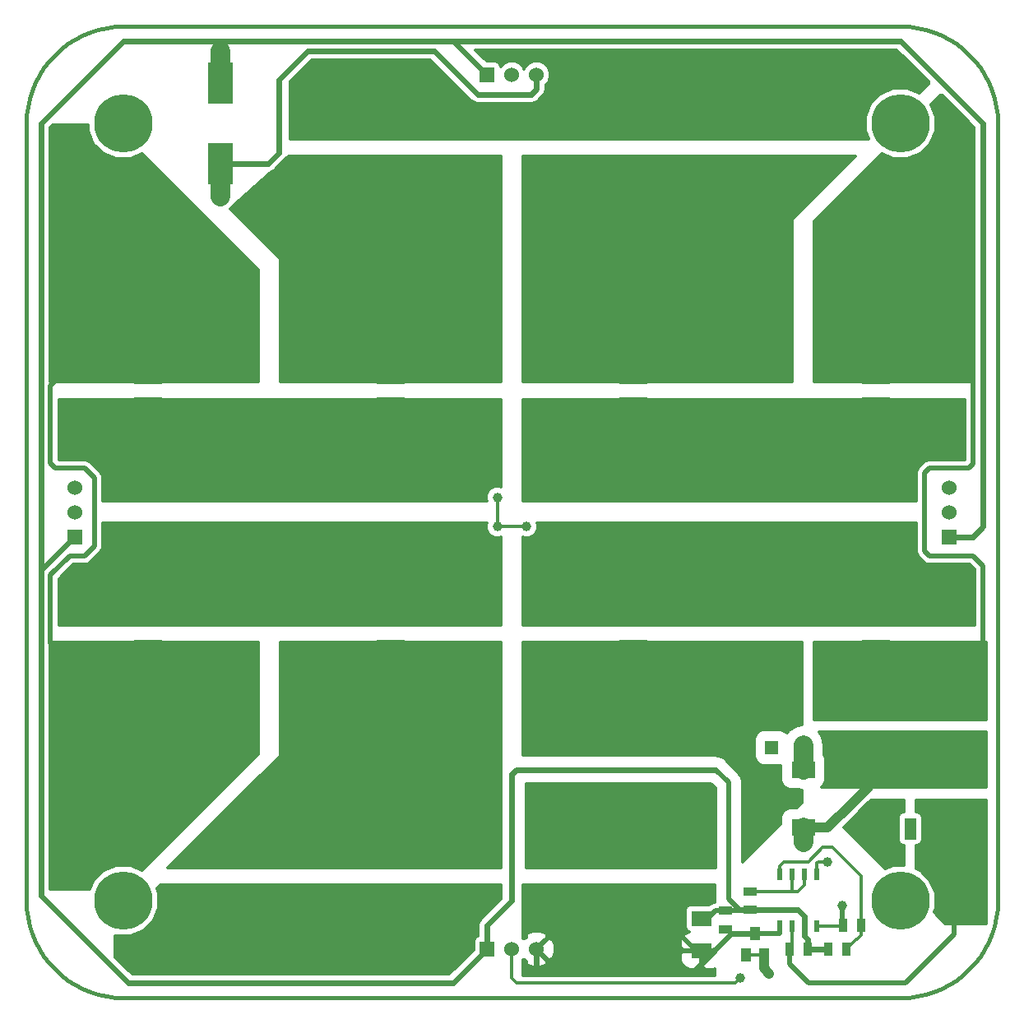
<source format=gtl>
G04 (created by PCBNEW-RS274X (2010-00-09 BZR 23xx)-stable) date Sun 02 Oct 2011 01:46:57 PM EDT*
G01*
G70*
G90*
%MOIN*%
G04 Gerber Fmt 3.4, Leading zero omitted, Abs format*
%FSLAX34Y34*%
G04 APERTURE LIST*
%ADD10C,0.005000*%
%ADD11C,0.015000*%
%ADD12R,0.060000X0.060000*%
%ADD13C,0.060000*%
%ADD14R,0.035000X0.055000*%
%ADD15R,0.055000X0.035000*%
%ADD16R,0.020000X0.045000*%
%ADD17R,0.039300X0.055100*%
%ADD18R,0.112000X0.039400*%
%ADD19R,0.094500X0.070900*%
%ADD20R,0.048000X0.088000*%
%ADD21R,0.141700X0.086600*%
%ADD22R,0.098400X0.169200*%
%ADD23R,0.080000X0.060000*%
%ADD24R,0.055000X0.055000*%
%ADD25C,0.236200*%
%ADD26C,0.029500*%
%ADD27C,0.039400*%
%ADD28C,0.019700*%
%ADD29C,0.078700*%
%ADD30C,0.011800*%
%ADD31C,0.039400*%
%ADD32C,0.023600*%
G04 APERTURE END LIST*
G54D10*
G54D11*
X19685Y-55118D02*
X19685Y-23622D01*
X55118Y-59055D02*
X23622Y-59055D01*
X59055Y-23622D02*
X59055Y-55118D01*
X23622Y-19685D02*
X55118Y-19685D01*
X55118Y-59055D02*
X55461Y-59040D01*
X55801Y-58995D01*
X56136Y-58920D01*
X56464Y-58817D01*
X56781Y-58686D01*
X57086Y-58527D01*
X57376Y-58343D01*
X57648Y-58133D01*
X57901Y-57901D01*
X58133Y-57648D01*
X58343Y-57376D01*
X58527Y-57086D01*
X58686Y-56781D01*
X58817Y-56464D01*
X58920Y-56136D01*
X58995Y-55801D01*
X59040Y-55461D01*
X59055Y-55118D01*
X19685Y-55118D02*
X19700Y-55461D01*
X19745Y-55801D01*
X19820Y-56136D01*
X19923Y-56464D01*
X20054Y-56781D01*
X20213Y-57086D01*
X20397Y-57376D01*
X20607Y-57648D01*
X20839Y-57901D01*
X21092Y-58133D01*
X21364Y-58343D01*
X21654Y-58527D01*
X21959Y-58686D01*
X22276Y-58817D01*
X22604Y-58920D01*
X22939Y-58995D01*
X23279Y-59040D01*
X23622Y-59055D01*
X23622Y-19685D02*
X23279Y-19700D01*
X22939Y-19745D01*
X22604Y-19820D01*
X22276Y-19923D01*
X21959Y-20054D01*
X21654Y-20213D01*
X21364Y-20397D01*
X21092Y-20607D01*
X20839Y-20839D01*
X20607Y-21092D01*
X20397Y-21364D01*
X20213Y-21654D01*
X20054Y-21959D01*
X19923Y-22276D01*
X19820Y-22604D01*
X19745Y-22939D01*
X19700Y-23279D01*
X19685Y-23622D01*
X59055Y-23622D02*
X59040Y-23279D01*
X58995Y-22939D01*
X58920Y-22604D01*
X58817Y-22276D01*
X58686Y-21959D01*
X58527Y-21654D01*
X58343Y-21364D01*
X58133Y-21092D01*
X57901Y-20839D01*
X57648Y-20607D01*
X57376Y-20397D01*
X57086Y-20213D01*
X56781Y-20054D01*
X56464Y-19923D01*
X56136Y-19820D01*
X55801Y-19745D01*
X55461Y-19700D01*
X55118Y-19685D01*
G54D12*
X38370Y-57087D03*
G54D13*
X39370Y-57087D03*
X40370Y-57087D03*
G54D14*
X50609Y-57087D03*
X51359Y-57087D03*
X52775Y-56102D03*
X53525Y-56102D03*
G54D15*
X49016Y-54743D03*
X49016Y-55493D03*
G54D16*
X50234Y-54068D03*
X50234Y-56168D03*
X50734Y-54068D03*
X51234Y-54068D03*
X51734Y-54068D03*
X50734Y-56168D03*
X51234Y-56168D03*
X51734Y-56168D03*
G54D17*
X48839Y-57323D03*
X49587Y-57323D03*
X49213Y-56457D03*
G54D18*
X34449Y-33977D03*
X34449Y-34921D03*
X34449Y-24134D03*
X34449Y-25078D03*
X44291Y-25078D03*
X44291Y-24134D03*
X44291Y-34921D03*
X44291Y-33977D03*
X54134Y-33977D03*
X54134Y-34921D03*
X54134Y-43819D03*
X54134Y-44763D03*
X44291Y-44763D03*
X44291Y-43819D03*
X44291Y-54606D03*
X44291Y-53662D03*
X34449Y-53662D03*
X34449Y-54606D03*
X34449Y-43819D03*
X34449Y-44763D03*
X24606Y-44763D03*
X24606Y-43819D03*
X24606Y-34921D03*
X24606Y-33977D03*
G54D12*
X57087Y-40370D03*
G54D13*
X57087Y-39370D03*
X57087Y-38370D03*
G54D12*
X21654Y-40370D03*
G54D13*
X21654Y-39370D03*
X21654Y-38370D03*
G54D12*
X38370Y-21654D03*
G54D13*
X39370Y-21654D03*
X40370Y-21654D03*
G54D14*
X52934Y-57087D03*
X52184Y-57087D03*
G54D19*
X51181Y-52165D03*
X51181Y-49803D03*
G54D20*
X54602Y-52204D03*
X55512Y-52204D03*
X56422Y-52204D03*
G54D21*
X55512Y-49764D03*
G54D22*
X27559Y-25247D03*
X27559Y-21997D03*
G54D23*
X47047Y-57146D03*
X47047Y-55846D03*
G54D15*
X48031Y-56281D03*
X48031Y-55531D03*
G54D24*
X56988Y-49803D03*
X57382Y-52362D03*
X49902Y-48917D03*
G54D25*
X55118Y-55118D03*
X23622Y-55118D03*
X23622Y-23622D03*
X55118Y-23622D03*
G54D26*
X45079Y-53543D03*
X44685Y-53346D03*
X44291Y-53346D03*
X43898Y-53346D03*
X43504Y-53543D03*
X43504Y-44882D03*
X43898Y-45079D03*
X44291Y-45079D03*
X45079Y-44882D03*
X44685Y-45079D03*
X53346Y-43701D03*
X53740Y-43504D03*
X54134Y-43504D03*
X54528Y-43504D03*
X54921Y-43701D03*
X45079Y-43701D03*
X44685Y-43504D03*
X44291Y-43504D03*
X43898Y-43504D03*
X43504Y-43701D03*
X54921Y-33858D03*
X54528Y-33661D03*
X54134Y-33661D03*
X53740Y-33661D03*
X53346Y-33858D03*
X54921Y-44882D03*
X54528Y-45079D03*
X54134Y-45079D03*
X53740Y-45079D03*
X53346Y-44882D03*
X45079Y-35039D03*
X44685Y-35236D03*
X44291Y-35236D03*
X43898Y-35236D03*
X43504Y-35039D03*
X54921Y-35039D03*
X54528Y-35236D03*
X54134Y-35236D03*
X53740Y-35236D03*
X53346Y-35039D03*
X45079Y-25197D03*
X44685Y-25394D03*
X44291Y-25394D03*
X43898Y-25394D03*
X43504Y-25197D03*
X45079Y-33858D03*
X44685Y-33661D03*
X44291Y-33661D03*
X43898Y-33661D03*
X43504Y-33858D03*
X35236Y-24016D03*
X34843Y-23819D03*
X34449Y-23819D03*
X34055Y-23819D03*
X33661Y-24016D03*
X45079Y-24016D03*
X44685Y-23819D03*
X44291Y-23819D03*
X43898Y-23819D03*
X43504Y-24016D03*
X35236Y-33858D03*
X34843Y-33661D03*
X34449Y-33661D03*
X34055Y-33661D03*
X33661Y-33858D03*
X35236Y-25197D03*
X34843Y-25394D03*
X34449Y-25394D03*
X34055Y-25394D03*
X33661Y-25197D03*
X25394Y-35039D03*
X25000Y-35236D03*
X24606Y-35236D03*
X24213Y-35236D03*
X23819Y-35039D03*
X35236Y-35039D03*
X34843Y-35236D03*
X34449Y-35236D03*
X34055Y-35236D03*
X33661Y-35039D03*
X25394Y-44882D03*
X25000Y-45079D03*
X24606Y-45079D03*
X24213Y-45079D03*
X23819Y-44882D03*
X25394Y-33858D03*
X25000Y-33661D03*
X24606Y-33661D03*
X24213Y-33661D03*
X23819Y-33858D03*
X35236Y-43701D03*
X34843Y-43504D03*
X34449Y-43504D03*
X34055Y-43504D03*
X33661Y-43701D03*
X25394Y-43701D03*
X25000Y-43504D03*
X24606Y-43504D03*
X24213Y-43504D03*
X23819Y-43701D03*
X35236Y-53543D03*
X34843Y-53346D03*
X34449Y-53346D03*
X34055Y-53346D03*
X33661Y-53543D03*
X33661Y-44882D03*
X34055Y-45079D03*
X34449Y-45079D03*
X34843Y-45079D03*
X35236Y-44882D03*
X35236Y-54724D03*
X34843Y-54921D03*
X34449Y-54921D03*
X34055Y-54921D03*
X33661Y-54724D03*
G54D13*
X33465Y-57480D03*
G54D27*
X51181Y-48819D03*
X52165Y-53543D03*
X48622Y-58268D03*
X38780Y-38780D03*
X39961Y-39961D03*
X38780Y-39961D03*
X53150Y-51181D03*
X49803Y-58071D03*
X52756Y-55315D03*
X53740Y-52362D03*
G54D26*
X45079Y-54724D03*
X44685Y-54921D03*
X44291Y-54921D03*
X43898Y-54921D03*
X43504Y-54724D03*
G54D28*
X44291Y-53662D02*
X43623Y-53662D01*
X44882Y-53543D02*
X45079Y-53543D01*
X44685Y-53346D02*
X44882Y-53543D01*
X43898Y-53346D02*
X44291Y-53346D01*
X43623Y-53662D02*
X43504Y-53543D01*
X44291Y-44763D02*
X43623Y-44763D01*
X43623Y-44763D02*
X43504Y-44882D01*
X43898Y-45079D02*
X44291Y-45079D01*
X44685Y-45079D02*
X44882Y-44882D01*
X44882Y-44882D02*
X45079Y-44882D01*
X54921Y-43701D02*
X54252Y-43701D01*
X53740Y-43504D02*
X54134Y-43504D01*
X54528Y-43504D02*
X54725Y-43701D01*
X54725Y-43701D02*
X54921Y-43701D01*
X44291Y-43819D02*
X43622Y-43819D01*
X44882Y-43701D02*
X45079Y-43701D01*
X44685Y-43504D02*
X44882Y-43701D01*
X43898Y-43504D02*
X44291Y-43504D01*
X43622Y-43819D02*
X43504Y-43701D01*
X45079Y-43701D02*
X53346Y-43701D01*
X54252Y-43701D02*
X54134Y-43819D01*
X54134Y-33977D02*
X53465Y-33977D01*
X54725Y-33858D02*
X54921Y-33858D01*
X54528Y-33661D02*
X54725Y-33858D01*
X53740Y-33661D02*
X54134Y-33661D01*
X53465Y-33977D02*
X53346Y-33858D01*
X54134Y-44763D02*
X53465Y-44763D01*
X54725Y-44882D02*
X54921Y-44882D01*
X54528Y-45079D02*
X54725Y-44882D01*
X53740Y-45079D02*
X54134Y-45079D01*
X53465Y-44763D02*
X53346Y-44882D01*
X54134Y-44763D02*
X58387Y-44763D01*
X58071Y-34055D02*
X57677Y-33661D01*
X58071Y-37402D02*
X58071Y-34055D01*
X57875Y-37598D02*
X58071Y-37402D01*
X56299Y-37598D02*
X57875Y-37598D01*
X56102Y-37795D02*
X56299Y-37598D01*
X56102Y-40945D02*
X56102Y-37795D01*
X56299Y-41142D02*
X56102Y-40945D01*
X58071Y-41142D02*
X56299Y-41142D01*
X58465Y-41536D02*
X58071Y-41142D01*
X58465Y-44685D02*
X58465Y-41536D01*
X58387Y-44763D02*
X58465Y-44685D01*
X44291Y-34921D02*
X43622Y-34921D01*
X44882Y-35039D02*
X45079Y-35039D01*
X44685Y-35236D02*
X44882Y-35039D01*
X43898Y-35236D02*
X44291Y-35236D01*
X43622Y-34921D02*
X43504Y-35039D01*
X54134Y-34921D02*
X53464Y-34921D01*
X54725Y-35039D02*
X54921Y-35039D01*
X54528Y-35236D02*
X54725Y-35039D01*
X53740Y-35236D02*
X54134Y-35236D01*
X53464Y-34921D02*
X53346Y-35039D01*
X44291Y-25078D02*
X43623Y-25078D01*
X44882Y-25197D02*
X45079Y-25197D01*
X44685Y-25394D02*
X44882Y-25197D01*
X43898Y-25394D02*
X44291Y-25394D01*
X43623Y-25078D02*
X43504Y-25197D01*
X44291Y-33977D02*
X43623Y-33977D01*
X44882Y-33858D02*
X45079Y-33858D01*
X44685Y-33661D02*
X44882Y-33858D01*
X43898Y-33661D02*
X44291Y-33661D01*
X43623Y-33977D02*
X43504Y-33858D01*
X34449Y-24134D02*
X33740Y-24134D01*
X35040Y-24016D02*
X35236Y-24016D01*
X34843Y-23819D02*
X35040Y-24016D01*
X34055Y-23819D02*
X34449Y-23819D01*
X33661Y-24055D02*
X33661Y-24016D01*
X33740Y-24134D02*
X33661Y-24055D01*
X44291Y-24134D02*
X43622Y-24134D01*
X44882Y-24016D02*
X45079Y-24016D01*
X44685Y-23819D02*
X44882Y-24016D01*
X43898Y-23819D02*
X44291Y-23819D01*
X43622Y-24134D02*
X43504Y-24016D01*
X34449Y-33977D02*
X33780Y-33977D01*
X35040Y-33858D02*
X35236Y-33858D01*
X34843Y-33661D02*
X35040Y-33858D01*
X34055Y-33661D02*
X34449Y-33661D01*
X33780Y-33977D02*
X33661Y-33858D01*
X34449Y-25078D02*
X33780Y-25078D01*
X35040Y-25197D02*
X35236Y-25197D01*
X34843Y-25394D02*
X35040Y-25197D01*
X34055Y-25394D02*
X34449Y-25394D01*
X33780Y-25078D02*
X33661Y-25197D01*
X24606Y-34921D02*
X23937Y-34921D01*
X25197Y-35039D02*
X25394Y-35039D01*
X25000Y-35236D02*
X25197Y-35039D01*
X24213Y-35236D02*
X24606Y-35236D01*
X23937Y-34921D02*
X23819Y-35039D01*
X34449Y-34921D02*
X33779Y-34921D01*
X35040Y-35039D02*
X35236Y-35039D01*
X34843Y-35236D02*
X35040Y-35039D01*
X34055Y-35236D02*
X34449Y-35236D01*
X33779Y-34921D02*
X33661Y-35039D01*
X24606Y-44763D02*
X23938Y-44763D01*
X25197Y-44882D02*
X25394Y-44882D01*
X25000Y-45079D02*
X25197Y-44882D01*
X24213Y-45079D02*
X24606Y-45079D01*
X23938Y-44763D02*
X23819Y-44882D01*
X24606Y-33977D02*
X23938Y-33977D01*
X25197Y-33858D02*
X25394Y-33858D01*
X25000Y-33661D02*
X25197Y-33858D01*
X24213Y-33661D02*
X24606Y-33661D01*
X23938Y-33977D02*
X23819Y-33858D01*
X24606Y-33977D02*
X20944Y-33977D01*
X20747Y-44763D02*
X24606Y-44763D01*
X20669Y-44685D02*
X20747Y-44763D01*
X20669Y-41929D02*
X20669Y-44685D01*
X21456Y-41142D02*
X20669Y-41929D01*
X22047Y-41142D02*
X21456Y-41142D01*
X22441Y-40748D02*
X22047Y-41142D01*
X22441Y-37992D02*
X22441Y-40748D01*
X22047Y-37598D02*
X22441Y-37992D01*
X20866Y-37598D02*
X22047Y-37598D01*
X20669Y-37401D02*
X20866Y-37598D01*
X20669Y-34252D02*
X20669Y-37401D01*
X20944Y-33977D02*
X20669Y-34252D01*
X34449Y-43819D02*
X33779Y-43819D01*
X35040Y-43701D02*
X35236Y-43701D01*
X34843Y-43504D02*
X35040Y-43701D01*
X34055Y-43504D02*
X34449Y-43504D01*
X33779Y-43819D02*
X33661Y-43701D01*
X24606Y-43819D02*
X23740Y-43819D01*
X25197Y-43701D02*
X25394Y-43701D01*
X25000Y-43504D02*
X25197Y-43701D01*
X24213Y-43504D02*
X24606Y-43504D01*
X23819Y-43740D02*
X23819Y-43701D01*
X23740Y-43819D02*
X23819Y-43740D01*
X34449Y-53662D02*
X33780Y-53662D01*
X35040Y-53543D02*
X35236Y-53543D01*
X34843Y-53346D02*
X35040Y-53543D01*
X34055Y-53346D02*
X34449Y-53346D01*
X33780Y-53662D02*
X33661Y-53543D01*
X34449Y-44763D02*
X35117Y-44763D01*
X33858Y-44882D02*
X33661Y-44882D01*
X34055Y-45079D02*
X33858Y-44882D01*
X34646Y-45276D02*
X34449Y-45079D01*
X34843Y-45079D02*
X34646Y-45276D01*
X35117Y-44763D02*
X35236Y-44882D01*
X34449Y-54606D02*
X33779Y-54606D01*
X35040Y-54724D02*
X35236Y-54724D01*
X34843Y-54921D02*
X35040Y-54724D01*
X34055Y-54921D02*
X34449Y-54921D01*
X33779Y-54606D02*
X33661Y-54724D01*
G54D29*
X51181Y-48819D02*
X51181Y-49803D01*
G54D30*
X51734Y-53778D02*
X51734Y-53581D01*
X48622Y-58268D02*
X48425Y-58465D01*
X48425Y-58465D02*
X39567Y-58465D01*
X39567Y-58465D02*
X39370Y-58268D01*
X39370Y-57087D02*
X39370Y-58268D01*
X51734Y-53778D02*
X51734Y-54068D01*
X51772Y-53543D02*
X52165Y-53543D01*
X51734Y-53581D02*
X51772Y-53543D01*
X38780Y-38780D02*
X38780Y-39961D01*
X38780Y-39961D02*
X39961Y-39961D01*
X56988Y-49803D02*
X55551Y-49803D01*
X55551Y-49803D02*
X55512Y-49764D01*
G54D31*
X49587Y-57323D02*
X49587Y-57855D01*
X49587Y-57855D02*
X49803Y-58071D01*
G54D29*
X51181Y-52165D02*
X51181Y-52756D01*
G54D31*
X55512Y-49764D02*
X54567Y-49764D01*
X54567Y-49764D02*
X53150Y-51181D01*
X52166Y-52165D02*
X51181Y-52165D01*
X53150Y-51181D02*
X52166Y-52165D01*
G54D30*
X48839Y-57323D02*
X49587Y-57323D01*
X57382Y-52362D02*
X56981Y-52763D01*
X56988Y-52756D02*
X56988Y-52770D01*
X56981Y-52763D02*
X56988Y-52756D01*
X50734Y-56168D02*
X50734Y-56962D01*
X50734Y-56962D02*
X50609Y-57087D01*
G54D28*
X50609Y-57087D02*
X50609Y-57696D01*
X50609Y-57696D02*
X51378Y-58465D01*
X51378Y-58465D02*
X55314Y-58465D01*
X55314Y-58465D02*
X57283Y-56496D01*
X57283Y-56496D02*
X57283Y-53065D01*
X57283Y-53065D02*
X56988Y-52770D01*
X56988Y-52770D02*
X56422Y-52204D01*
X52756Y-55315D02*
X52756Y-56083D01*
G54D30*
X53740Y-52362D02*
X53898Y-52204D01*
X54602Y-52204D02*
X53898Y-52204D01*
G54D28*
X52756Y-56083D02*
X52775Y-56102D01*
G54D30*
X51734Y-56168D02*
X52709Y-56168D01*
X52709Y-56168D02*
X52775Y-56102D01*
X54602Y-52287D02*
X54602Y-52204D01*
G54D28*
X47047Y-55846D02*
X47304Y-55846D01*
X47619Y-55531D02*
X48031Y-55531D01*
X47304Y-55846D02*
X47619Y-55531D01*
X48031Y-55531D02*
X48978Y-55531D01*
X48978Y-55531D02*
X49016Y-55493D01*
X48169Y-53543D02*
X48169Y-50334D01*
X48169Y-50334D02*
X47638Y-49803D01*
X49016Y-55493D02*
X48603Y-55493D01*
X48169Y-55059D02*
X48169Y-53543D01*
X48603Y-55493D02*
X48169Y-55059D01*
G54D29*
X27559Y-21997D02*
X27559Y-20669D01*
G54D32*
X38370Y-57087D02*
X38370Y-56118D01*
X38370Y-56118D02*
X39370Y-55118D01*
X39370Y-55118D02*
X39370Y-50000D01*
X39370Y-50000D02*
X39567Y-49803D01*
X39567Y-49803D02*
X47638Y-49803D01*
X27559Y-20669D02*
X27559Y-20276D01*
X55118Y-20276D02*
X36992Y-20276D01*
X58465Y-23623D02*
X55118Y-20276D01*
X58465Y-39961D02*
X58465Y-23623D01*
X58056Y-40370D02*
X58465Y-39961D01*
X57087Y-40370D02*
X58056Y-40370D01*
X20276Y-41732D02*
X20276Y-23622D01*
X20276Y-23622D02*
X23622Y-20276D01*
X36992Y-20276D02*
X38370Y-21654D01*
X23622Y-20276D02*
X27559Y-20276D01*
X27559Y-20276D02*
X36992Y-20276D01*
X20276Y-41732D02*
X20276Y-54921D01*
X21654Y-40370D02*
X21638Y-40370D01*
X36992Y-58465D02*
X38370Y-57087D01*
X23820Y-58465D02*
X36992Y-58465D01*
X20276Y-54921D02*
X23820Y-58465D01*
X21638Y-40370D02*
X20276Y-41732D01*
X49016Y-55493D02*
X50965Y-55493D01*
X50965Y-55493D02*
X51234Y-55762D01*
X51234Y-55762D02*
X51234Y-56168D01*
X52184Y-57087D02*
X51359Y-57087D01*
X51234Y-56168D02*
X51234Y-56549D01*
X51359Y-56674D02*
X51359Y-57087D01*
X51234Y-56549D02*
X51359Y-56674D01*
G54D30*
X52362Y-52953D02*
X53525Y-54116D01*
X53525Y-54116D02*
X53525Y-56102D01*
X51969Y-52953D02*
X51968Y-52953D01*
X51378Y-53543D02*
X50394Y-53543D01*
X51968Y-52953D02*
X51378Y-53543D01*
X50234Y-53703D02*
X50234Y-54068D01*
X50234Y-53703D02*
X50394Y-53543D01*
X51969Y-52953D02*
X52362Y-52953D01*
X52362Y-52953D02*
X52363Y-52953D01*
X53337Y-56684D02*
X53355Y-56684D01*
X53355Y-56684D02*
X53525Y-56514D01*
X53525Y-56514D02*
X53525Y-56102D01*
X53346Y-56675D02*
X53337Y-56684D01*
X53337Y-56684D02*
X52934Y-57087D01*
X52934Y-57087D02*
X52952Y-57087D01*
X50734Y-54068D02*
X50734Y-54743D01*
X50734Y-54743D02*
X49016Y-54743D01*
X49016Y-54743D02*
X50965Y-54743D01*
X51234Y-54474D02*
X51234Y-54068D01*
X50965Y-54743D02*
X51234Y-54474D01*
G54D29*
X44291Y-54921D02*
X42421Y-54921D01*
X42519Y-54823D02*
X45571Y-54823D01*
X42421Y-54921D02*
X42519Y-54823D01*
G54D28*
X48031Y-56281D02*
X48091Y-56281D01*
X48091Y-56281D02*
X48267Y-56457D01*
X47047Y-57146D02*
X47578Y-57146D01*
X47638Y-57087D02*
X47638Y-57086D01*
X47637Y-57087D02*
X47638Y-57087D01*
X47578Y-57146D02*
X47637Y-57087D01*
X47047Y-57146D02*
X46832Y-57146D01*
G54D32*
X44685Y-54999D02*
X45276Y-55590D01*
X46143Y-56457D02*
X45276Y-55590D01*
X44685Y-54999D02*
X44685Y-54921D01*
G54D28*
X46832Y-57146D02*
X46143Y-56457D01*
G54D29*
X27559Y-25247D02*
X27559Y-26575D01*
G54D32*
X44291Y-54606D02*
X43622Y-54606D01*
X44882Y-54724D02*
X45079Y-54724D01*
X44685Y-54921D02*
X44882Y-54724D01*
X43898Y-54921D02*
X44291Y-54921D01*
X43622Y-54606D02*
X43504Y-54724D01*
X27559Y-25247D02*
X29477Y-25247D01*
X40370Y-22228D02*
X40370Y-21654D01*
X40157Y-22441D02*
X40370Y-22228D01*
X37993Y-22441D02*
X40157Y-22441D01*
X36221Y-20669D02*
X37993Y-22441D01*
X31103Y-20669D02*
X36221Y-20669D01*
X29921Y-21851D02*
X31103Y-20669D01*
X29921Y-24803D02*
X29921Y-21851D01*
X29477Y-25247D02*
X29921Y-24803D01*
X48267Y-56457D02*
X49213Y-56457D01*
X47638Y-57086D02*
X48267Y-56457D01*
X40370Y-57087D02*
X40370Y-57890D01*
X46653Y-58071D02*
X47638Y-57086D01*
X40551Y-58071D02*
X46653Y-58071D01*
X40370Y-57890D02*
X40551Y-58071D01*
G54D28*
X50234Y-56168D02*
X50234Y-56459D01*
X50234Y-56459D02*
X50232Y-56457D01*
X50232Y-56457D02*
X49213Y-56457D01*
G54D10*
G36*
X36837Y-58091D02*
X37814Y-57114D01*
X37814Y-56736D01*
X37853Y-56642D01*
X37925Y-56570D01*
X37996Y-56540D01*
X37996Y-56118D01*
X38019Y-55997D01*
X38024Y-55974D01*
X38106Y-55854D01*
X38917Y-55042D01*
X38917Y-54488D01*
X25122Y-54488D01*
X24976Y-54633D01*
X25059Y-54833D01*
X25059Y-55405D01*
X24840Y-55933D01*
X24435Y-56337D01*
X23907Y-56555D01*
X23335Y-56555D01*
X23287Y-56535D01*
X23287Y-57403D01*
X23974Y-58091D01*
X36837Y-58091D01*
X36837Y-58091D01*
G37*
G54D30*
X36837Y-58091D02*
X37814Y-57114D01*
X37814Y-56736D01*
X37853Y-56642D01*
X37925Y-56570D01*
X37996Y-56540D01*
X37996Y-56118D01*
X38019Y-55997D01*
X38024Y-55974D01*
X38106Y-55854D01*
X38917Y-55042D01*
X38917Y-54488D01*
X25122Y-54488D01*
X24976Y-54633D01*
X25059Y-54833D01*
X25059Y-55405D01*
X24840Y-55933D01*
X24435Y-56337D01*
X23907Y-56555D01*
X23335Y-56555D01*
X23287Y-56535D01*
X23287Y-57403D01*
X23974Y-58091D01*
X36837Y-58091D01*
G54D10*
G36*
X38917Y-53780D02*
X38917Y-44646D01*
X29980Y-44646D01*
X29980Y-49237D01*
X25437Y-53780D01*
X38917Y-53780D01*
X38917Y-53780D01*
G37*
G54D30*
X38917Y-53780D02*
X38917Y-44646D01*
X29980Y-44646D01*
X29980Y-49237D01*
X25437Y-53780D01*
X38917Y-53780D01*
G54D10*
G36*
X38917Y-43937D02*
X38917Y-40393D01*
X38870Y-40413D01*
X38690Y-40413D01*
X38524Y-40344D01*
X38397Y-40217D01*
X38328Y-40051D01*
X38328Y-39871D01*
X38347Y-39823D01*
X22795Y-39823D01*
X22795Y-40748D01*
X22772Y-40861D01*
X22768Y-40884D01*
X22691Y-40998D01*
X22297Y-41392D01*
X22183Y-41469D01*
X22047Y-41496D01*
X21602Y-41496D01*
X21023Y-42075D01*
X21023Y-43937D01*
X38917Y-43937D01*
X38917Y-43937D01*
G37*
G54D30*
X38917Y-43937D02*
X38917Y-40393D01*
X38870Y-40413D01*
X38690Y-40413D01*
X38524Y-40344D01*
X38397Y-40217D01*
X38328Y-40051D01*
X38328Y-39871D01*
X38347Y-39823D01*
X22795Y-39823D01*
X22795Y-40748D01*
X22772Y-40861D01*
X22768Y-40884D01*
X22691Y-40998D01*
X22297Y-41392D01*
X22183Y-41469D01*
X22047Y-41496D01*
X21602Y-41496D01*
X21023Y-42075D01*
X21023Y-43937D01*
X38917Y-43937D01*
G54D10*
G36*
X22253Y-54665D02*
X22404Y-54303D01*
X22809Y-53899D01*
X23337Y-53681D01*
X23909Y-53681D01*
X24383Y-53878D01*
X29074Y-49188D01*
X29074Y-44646D01*
X20650Y-44646D01*
X20650Y-54665D01*
X22253Y-54665D01*
X22253Y-54665D01*
G37*
G54D30*
X22253Y-54665D02*
X22404Y-54303D01*
X22809Y-53899D01*
X23337Y-53681D01*
X23909Y-53681D01*
X24383Y-53878D01*
X29074Y-49188D01*
X29074Y-44646D01*
X20650Y-44646D01*
X20650Y-54665D01*
X22253Y-54665D01*
G54D10*
G36*
X38347Y-38917D02*
X38328Y-38870D01*
X38328Y-38690D01*
X38397Y-38524D01*
X38524Y-38397D01*
X38690Y-38328D01*
X38870Y-38328D01*
X38917Y-38347D01*
X38917Y-34803D01*
X21023Y-34803D01*
X21023Y-37244D01*
X22047Y-37244D01*
X22183Y-37271D01*
X22297Y-37348D01*
X22691Y-37742D01*
X22768Y-37856D01*
X22772Y-37878D01*
X22795Y-37992D01*
X22795Y-38917D01*
X38347Y-38917D01*
X38347Y-38917D01*
G37*
G54D30*
X38347Y-38917D02*
X38328Y-38870D01*
X38328Y-38690D01*
X38397Y-38524D01*
X38524Y-38397D01*
X38690Y-38328D01*
X38870Y-38328D01*
X38917Y-38347D01*
X38917Y-34803D01*
X21023Y-34803D01*
X21023Y-37244D01*
X22047Y-37244D01*
X22183Y-37271D01*
X22297Y-37348D01*
X22691Y-37742D01*
X22768Y-37856D01*
X22772Y-37878D01*
X22795Y-37992D01*
X22795Y-38917D01*
X38347Y-38917D01*
G54D10*
G36*
X38917Y-34095D02*
X38917Y-24961D01*
X30337Y-24960D01*
X29966Y-25285D01*
X29741Y-25511D01*
X29621Y-25593D01*
X29616Y-25593D01*
X28072Y-26952D01*
X28018Y-27034D01*
X27950Y-27079D01*
X29980Y-29109D01*
X29980Y-34095D01*
X38917Y-34095D01*
X38917Y-34095D01*
G37*
G54D30*
X38917Y-34095D02*
X38917Y-24961D01*
X30337Y-24960D01*
X29966Y-25285D01*
X29741Y-25511D01*
X29621Y-25593D01*
X29616Y-25593D01*
X28072Y-26952D01*
X28018Y-27034D01*
X27950Y-27079D01*
X29980Y-29109D01*
X29980Y-34095D01*
X38917Y-34095D01*
G54D10*
G36*
X29075Y-34095D02*
X29075Y-29552D01*
X24384Y-24861D01*
X23907Y-25059D01*
X23335Y-25059D01*
X22807Y-24840D01*
X22403Y-24435D01*
X22185Y-23907D01*
X22185Y-23681D01*
X20745Y-23681D01*
X20650Y-23776D01*
X20650Y-34095D01*
X29075Y-34095D01*
X29075Y-34095D01*
G37*
G54D30*
X29075Y-34095D02*
X29075Y-29552D01*
X24384Y-24861D01*
X23907Y-25059D01*
X23335Y-25059D01*
X22807Y-24840D01*
X22403Y-24435D01*
X22185Y-23907D01*
X22185Y-23681D01*
X20745Y-23681D01*
X20650Y-23776D01*
X20650Y-34095D01*
X29075Y-34095D01*
G54D10*
G36*
X53823Y-24252D02*
X53681Y-23907D01*
X53681Y-23335D01*
X53900Y-22807D01*
X54305Y-22403D01*
X54833Y-22185D01*
X55405Y-22185D01*
X55903Y-22391D01*
X56240Y-22024D01*
X56240Y-21926D01*
X54963Y-20650D01*
X37894Y-20650D01*
X38342Y-21098D01*
X38721Y-21098D01*
X38815Y-21137D01*
X38887Y-21209D01*
X38926Y-21303D01*
X38926Y-21313D01*
X39056Y-21183D01*
X39260Y-21099D01*
X39481Y-21099D01*
X39685Y-21184D01*
X39841Y-21340D01*
X39870Y-21410D01*
X39900Y-21339D01*
X40056Y-21183D01*
X40260Y-21099D01*
X40481Y-21099D01*
X40685Y-21184D01*
X40841Y-21340D01*
X40925Y-21544D01*
X40925Y-21765D01*
X40840Y-21969D01*
X40744Y-22065D01*
X40744Y-22228D01*
X40720Y-22348D01*
X40716Y-22372D01*
X40634Y-22493D01*
X40421Y-22705D01*
X40301Y-22787D01*
X40277Y-22791D01*
X40157Y-22815D01*
X37993Y-22815D01*
X37850Y-22787D01*
X37809Y-22759D01*
X37728Y-22705D01*
X36066Y-21043D01*
X31257Y-21043D01*
X30374Y-21926D01*
X30374Y-24252D01*
X53823Y-24252D01*
X53823Y-24252D01*
G37*
G54D30*
X53823Y-24252D02*
X53681Y-23907D01*
X53681Y-23335D01*
X53900Y-22807D01*
X54305Y-22403D01*
X54833Y-22185D01*
X55405Y-22185D01*
X55903Y-22391D01*
X56240Y-22024D01*
X56240Y-21926D01*
X54963Y-20650D01*
X37894Y-20650D01*
X38342Y-21098D01*
X38721Y-21098D01*
X38815Y-21137D01*
X38887Y-21209D01*
X38926Y-21303D01*
X38926Y-21313D01*
X39056Y-21183D01*
X39260Y-21099D01*
X39481Y-21099D01*
X39685Y-21184D01*
X39841Y-21340D01*
X39870Y-21410D01*
X39900Y-21339D01*
X40056Y-21183D01*
X40260Y-21099D01*
X40481Y-21099D01*
X40685Y-21184D01*
X40841Y-21340D01*
X40925Y-21544D01*
X40925Y-21765D01*
X40840Y-21969D01*
X40744Y-22065D01*
X40744Y-22228D01*
X40720Y-22348D01*
X40716Y-22372D01*
X40634Y-22493D01*
X40421Y-22705D01*
X40301Y-22787D01*
X40277Y-22791D01*
X40157Y-22815D01*
X37993Y-22815D01*
X37850Y-22787D01*
X37809Y-22759D01*
X37728Y-22705D01*
X36066Y-21043D01*
X31257Y-21043D01*
X30374Y-21926D01*
X30374Y-24252D01*
X53823Y-24252D01*
G54D10*
G36*
X50728Y-34095D02*
X50728Y-27534D01*
X53302Y-24960D01*
X39823Y-24960D01*
X39823Y-34095D01*
X50728Y-34095D01*
X50728Y-34095D01*
G37*
G54D30*
X50728Y-34095D02*
X50728Y-27534D01*
X53302Y-24960D01*
X39823Y-24960D01*
X39823Y-34095D01*
X50728Y-34095D01*
G54D10*
G36*
X55748Y-38917D02*
X55748Y-37795D01*
X55775Y-37659D01*
X55852Y-37545D01*
X56048Y-37348D01*
X56124Y-37297D01*
X56164Y-37271D01*
X56299Y-37244D01*
X57717Y-37244D01*
X57717Y-34803D01*
X39823Y-34803D01*
X39823Y-38917D01*
X55748Y-38917D01*
X55748Y-38917D01*
G37*
G54D30*
X55748Y-38917D02*
X55748Y-37795D01*
X55775Y-37659D01*
X55852Y-37545D01*
X56048Y-37348D01*
X56124Y-37297D01*
X56164Y-37271D01*
X56299Y-37244D01*
X57717Y-37244D01*
X57717Y-34803D01*
X39823Y-34803D01*
X39823Y-38917D01*
X55748Y-38917D01*
G54D10*
G36*
X58091Y-34095D02*
X58091Y-23777D01*
X56813Y-22500D01*
X56717Y-22500D01*
X56357Y-22859D01*
X56555Y-23337D01*
X56555Y-23909D01*
X56336Y-24437D01*
X55931Y-24841D01*
X55403Y-25059D01*
X54831Y-25059D01*
X54355Y-24861D01*
X51634Y-27583D01*
X51634Y-34095D01*
X58091Y-34095D01*
X58091Y-34095D01*
G37*
G54D30*
X58091Y-34095D02*
X58091Y-23777D01*
X56813Y-22500D01*
X56717Y-22500D01*
X56357Y-22859D01*
X56555Y-23337D01*
X56555Y-23909D01*
X56336Y-24437D01*
X55931Y-24841D01*
X55403Y-25059D01*
X54831Y-25059D01*
X54355Y-24861D01*
X51634Y-27583D01*
X51634Y-34095D01*
X58091Y-34095D01*
G54D10*
G36*
X58602Y-47776D02*
X58602Y-44646D01*
X51634Y-44646D01*
X51634Y-47776D01*
X58602Y-47776D01*
X58602Y-47776D01*
G37*
G54D30*
X58602Y-47776D02*
X58602Y-44646D01*
X51634Y-44646D01*
X51634Y-47776D01*
X58602Y-47776D01*
G54D10*
G36*
X58111Y-43937D02*
X58111Y-41682D01*
X57925Y-41496D01*
X56299Y-41496D01*
X56164Y-41469D01*
X56125Y-41442D01*
X56048Y-41392D01*
X55852Y-41195D01*
X55775Y-41081D01*
X55748Y-40945D01*
X55748Y-39823D01*
X40393Y-39823D01*
X40413Y-39871D01*
X40413Y-40051D01*
X40344Y-40217D01*
X40217Y-40344D01*
X40051Y-40413D01*
X39871Y-40413D01*
X39823Y-40393D01*
X39823Y-43937D01*
X58111Y-43937D01*
X58111Y-43937D01*
G37*
G54D30*
X58111Y-43937D02*
X58111Y-41682D01*
X57925Y-41496D01*
X56299Y-41496D01*
X56164Y-41469D01*
X56125Y-41442D01*
X56048Y-41392D01*
X55852Y-41195D01*
X55775Y-41081D01*
X55748Y-40945D01*
X55748Y-39823D01*
X40393Y-39823D01*
X40413Y-39871D01*
X40413Y-40051D01*
X40344Y-40217D01*
X40217Y-40344D01*
X40051Y-40413D01*
X39871Y-40413D01*
X39823Y-40393D01*
X39823Y-43937D01*
X58111Y-43937D01*
G54D10*
G36*
X47618Y-53780D02*
X47618Y-53543D01*
X47618Y-50562D01*
X47429Y-50374D01*
X39941Y-50374D01*
X39941Y-53780D01*
X47618Y-53780D01*
X47618Y-53780D01*
G37*
G54D30*
X47618Y-53780D02*
X47618Y-53543D01*
X47618Y-50562D01*
X47429Y-50374D01*
X39941Y-50374D01*
X39941Y-53780D01*
X47618Y-53780D01*
G54D10*
G36*
X48720Y-53558D02*
X50257Y-52021D01*
X50257Y-51721D01*
X50326Y-51555D01*
X50453Y-51428D01*
X50619Y-51359D01*
X50919Y-51359D01*
X51122Y-51156D01*
X51122Y-50637D01*
X50978Y-50609D01*
X50619Y-50609D01*
X50453Y-50540D01*
X50326Y-50413D01*
X50257Y-50247D01*
X50257Y-49644D01*
X49537Y-49644D01*
X49371Y-49575D01*
X49244Y-49448D01*
X49175Y-49282D01*
X49175Y-48552D01*
X49244Y-48386D01*
X49371Y-48259D01*
X49537Y-48190D01*
X50267Y-48190D01*
X50433Y-48259D01*
X50507Y-48333D01*
X50583Y-48221D01*
X50857Y-48037D01*
X51122Y-47984D01*
X51122Y-44646D01*
X39823Y-44646D01*
X39823Y-49232D01*
X47638Y-49232D01*
X47857Y-49275D01*
X48042Y-49399D01*
X48099Y-49484D01*
X48556Y-49942D01*
X48559Y-49944D01*
X48678Y-50123D01*
X48712Y-50298D01*
X48720Y-50333D01*
X48719Y-50333D01*
X48720Y-50334D01*
X48720Y-53543D01*
X48720Y-53558D01*
X48720Y-53558D01*
G37*
G54D30*
X48720Y-53558D02*
X50257Y-52021D01*
X50257Y-51721D01*
X50326Y-51555D01*
X50453Y-51428D01*
X50619Y-51359D01*
X50919Y-51359D01*
X51122Y-51156D01*
X51122Y-50637D01*
X50978Y-50609D01*
X50619Y-50609D01*
X50453Y-50540D01*
X50326Y-50413D01*
X50257Y-50247D01*
X50257Y-49644D01*
X49537Y-49644D01*
X49371Y-49575D01*
X49244Y-49448D01*
X49175Y-49282D01*
X49175Y-48552D01*
X49244Y-48386D01*
X49371Y-48259D01*
X49537Y-48190D01*
X50267Y-48190D01*
X50433Y-48259D01*
X50507Y-48333D01*
X50583Y-48221D01*
X50857Y-48037D01*
X51122Y-47984D01*
X51122Y-44646D01*
X39823Y-44646D01*
X39823Y-49232D01*
X47638Y-49232D01*
X47857Y-49275D01*
X48042Y-49399D01*
X48099Y-49484D01*
X48556Y-49942D01*
X48559Y-49944D01*
X48678Y-50123D01*
X48712Y-50298D01*
X48720Y-50333D01*
X48719Y-50333D01*
X48720Y-50334D01*
X48720Y-53543D01*
X48720Y-53558D01*
G54D10*
G36*
X47579Y-58150D02*
X47579Y-57887D01*
X47538Y-57904D01*
X47356Y-57904D01*
X47202Y-57905D01*
X47088Y-57791D01*
X47088Y-57187D01*
X47088Y-57105D01*
X47006Y-57105D01*
X46302Y-57105D01*
X46188Y-56991D01*
X46189Y-56755D01*
X46259Y-56587D01*
X46387Y-56458D01*
X46556Y-56388D01*
X46562Y-56388D01*
X46502Y-56363D01*
X46430Y-56291D01*
X46391Y-56197D01*
X46391Y-55495D01*
X46430Y-55401D01*
X46502Y-55329D01*
X46596Y-55290D01*
X47359Y-55290D01*
X47368Y-55281D01*
X47444Y-55230D01*
X47484Y-55204D01*
X47561Y-55188D01*
X47579Y-55171D01*
X47579Y-54488D01*
X45273Y-54488D01*
X45196Y-54565D01*
X44332Y-54565D01*
X44250Y-54565D01*
X43386Y-54565D01*
X43309Y-54488D01*
X43273Y-54488D01*
X43273Y-54500D01*
X43272Y-54488D01*
X39823Y-54488D01*
X39823Y-56666D01*
X39886Y-56661D01*
X39837Y-56612D01*
X39895Y-56554D01*
X39944Y-56603D01*
X39958Y-56451D01*
X40212Y-56346D01*
X40507Y-56342D01*
X40782Y-56451D01*
X40796Y-56603D01*
X40370Y-57029D01*
X40312Y-57087D01*
X40370Y-57145D01*
X40796Y-57571D01*
X40782Y-57723D01*
X40528Y-57828D01*
X40233Y-57832D01*
X39958Y-57723D01*
X39944Y-57571D01*
X39895Y-57620D01*
X39837Y-57562D01*
X39886Y-57513D01*
X39823Y-57507D01*
X39823Y-58150D01*
X40233Y-58150D01*
X40854Y-58150D01*
X40854Y-57513D01*
X40428Y-57087D01*
X40854Y-56661D01*
X41006Y-56675D01*
X41111Y-56929D01*
X41115Y-57224D01*
X41006Y-57499D01*
X40854Y-57513D01*
X40854Y-58150D01*
X44136Y-58150D01*
X44136Y-55262D01*
X43640Y-55261D01*
X43472Y-55191D01*
X43343Y-55063D01*
X43273Y-54894D01*
X43273Y-54760D01*
X43272Y-54761D01*
X43273Y-54712D01*
X43273Y-54760D01*
X43386Y-54647D01*
X44250Y-54647D01*
X44250Y-55148D01*
X44136Y-55262D01*
X44136Y-58150D01*
X44446Y-58150D01*
X44446Y-55262D01*
X44332Y-55148D01*
X44332Y-54647D01*
X45196Y-54647D01*
X45309Y-54760D01*
X45309Y-54712D01*
X45310Y-54761D01*
X45309Y-54760D01*
X45309Y-54894D01*
X45239Y-55063D01*
X45110Y-55191D01*
X44942Y-55261D01*
X44446Y-55262D01*
X44446Y-58150D01*
X46892Y-58150D01*
X46892Y-57905D01*
X46738Y-57904D01*
X46556Y-57904D01*
X46387Y-57834D01*
X46259Y-57705D01*
X46189Y-57537D01*
X46188Y-57301D01*
X46302Y-57187D01*
X47006Y-57187D01*
X47006Y-57791D01*
X46892Y-57905D01*
X46892Y-58150D01*
X47579Y-58150D01*
X47579Y-58150D01*
G37*
G54D30*
X47579Y-58150D02*
X47579Y-57887D01*
X47538Y-57904D01*
X47356Y-57904D01*
X47202Y-57905D01*
X47088Y-57791D01*
X47088Y-57187D01*
X47088Y-57105D01*
X47006Y-57105D01*
X46302Y-57105D01*
X46188Y-56991D01*
X46189Y-56755D01*
X46259Y-56587D01*
X46387Y-56458D01*
X46556Y-56388D01*
X46562Y-56388D01*
X46502Y-56363D01*
X46430Y-56291D01*
X46391Y-56197D01*
X46391Y-55495D01*
X46430Y-55401D01*
X46502Y-55329D01*
X46596Y-55290D01*
X47359Y-55290D01*
X47368Y-55281D01*
X47444Y-55230D01*
X47484Y-55204D01*
X47561Y-55188D01*
X47579Y-55171D01*
X47579Y-54488D01*
X45273Y-54488D01*
X45196Y-54565D01*
X44332Y-54565D01*
X44250Y-54565D01*
X43386Y-54565D01*
X43309Y-54488D01*
X43273Y-54488D01*
X43273Y-54500D01*
X43272Y-54488D01*
X39823Y-54488D01*
X39823Y-56666D01*
X39886Y-56661D01*
X39837Y-56612D01*
X39895Y-56554D01*
X39944Y-56603D01*
X39958Y-56451D01*
X40212Y-56346D01*
X40507Y-56342D01*
X40782Y-56451D01*
X40796Y-56603D01*
X40370Y-57029D01*
X40312Y-57087D01*
X40370Y-57145D01*
X40796Y-57571D01*
X40782Y-57723D01*
X40528Y-57828D01*
X40233Y-57832D01*
X39958Y-57723D01*
X39944Y-57571D01*
X39895Y-57620D01*
X39837Y-57562D01*
X39886Y-57513D01*
X39823Y-57507D01*
X39823Y-58150D01*
X40233Y-58150D01*
X40854Y-58150D01*
X40854Y-57513D01*
X40428Y-57087D01*
X40854Y-56661D01*
X41006Y-56675D01*
X41111Y-56929D01*
X41115Y-57224D01*
X41006Y-57499D01*
X40854Y-57513D01*
X40854Y-58150D01*
X44136Y-58150D01*
X44136Y-55262D01*
X43640Y-55261D01*
X43472Y-55191D01*
X43343Y-55063D01*
X43273Y-54894D01*
X43273Y-54760D01*
X43272Y-54761D01*
X43273Y-54712D01*
X43273Y-54760D01*
X43386Y-54647D01*
X44250Y-54647D01*
X44250Y-55148D01*
X44136Y-55262D01*
X44136Y-58150D01*
X44446Y-58150D01*
X44446Y-55262D01*
X44332Y-55148D01*
X44332Y-54647D01*
X45196Y-54647D01*
X45309Y-54760D01*
X45309Y-54712D01*
X45310Y-54761D01*
X45309Y-54760D01*
X45309Y-54894D01*
X45239Y-55063D01*
X45110Y-55191D01*
X44942Y-55261D01*
X44446Y-55262D01*
X44446Y-58150D01*
X46892Y-58150D01*
X46892Y-57905D01*
X46738Y-57904D01*
X46556Y-57904D01*
X46387Y-57834D01*
X46259Y-57705D01*
X46189Y-57537D01*
X46188Y-57301D01*
X46302Y-57187D01*
X47006Y-57187D01*
X47006Y-57791D01*
X46892Y-57905D01*
X46892Y-58150D01*
X47579Y-58150D01*
G54D10*
G36*
X58586Y-50532D02*
X58586Y-48287D01*
X51823Y-48287D01*
X51963Y-48495D01*
X52027Y-48819D01*
X52027Y-49184D01*
X52036Y-49193D01*
X52105Y-49359D01*
X52105Y-50247D01*
X52036Y-50413D01*
X51916Y-50532D01*
X58586Y-50532D01*
X58586Y-50532D01*
G37*
G54D30*
X58586Y-50532D02*
X58586Y-48287D01*
X51823Y-48287D01*
X51963Y-48495D01*
X52027Y-48819D01*
X52027Y-49184D01*
X52036Y-49193D01*
X52105Y-49359D01*
X52105Y-50247D01*
X52036Y-50413D01*
X51916Y-50532D01*
X58586Y-50532D01*
G54D10*
G36*
X58593Y-56043D02*
X58602Y-56001D01*
X58602Y-51043D01*
X55768Y-51043D01*
X55768Y-51508D01*
X55803Y-51508D01*
X55897Y-51547D01*
X55969Y-51619D01*
X56008Y-51713D01*
X56008Y-52695D01*
X55969Y-52789D01*
X55897Y-52861D01*
X55803Y-52900D01*
X55768Y-52900D01*
X55768Y-53831D01*
X55933Y-53900D01*
X56337Y-54305D01*
X56555Y-54833D01*
X56555Y-55405D01*
X56473Y-55601D01*
X56914Y-56043D01*
X58593Y-56043D01*
X58593Y-56043D01*
G37*
G54D30*
X58593Y-56043D02*
X58602Y-56001D01*
X58602Y-51043D01*
X55768Y-51043D01*
X55768Y-51508D01*
X55803Y-51508D01*
X55897Y-51547D01*
X55969Y-51619D01*
X56008Y-51713D01*
X56008Y-52695D01*
X55969Y-52789D01*
X55897Y-52861D01*
X55803Y-52900D01*
X55768Y-52900D01*
X55768Y-53831D01*
X55933Y-53900D01*
X56337Y-54305D01*
X56555Y-54833D01*
X56555Y-55405D01*
X56473Y-55601D01*
X56914Y-56043D01*
X58593Y-56043D01*
G54D10*
G36*
X54495Y-53820D02*
X54833Y-53681D01*
X55256Y-53681D01*
X55256Y-52900D01*
X55221Y-52900D01*
X55127Y-52861D01*
X55055Y-52789D01*
X55016Y-52695D01*
X55016Y-51713D01*
X55055Y-51619D01*
X55127Y-51547D01*
X55221Y-51508D01*
X55256Y-51508D01*
X55256Y-51043D01*
X53928Y-51042D01*
X53471Y-51499D01*
X53470Y-51502D01*
X52823Y-52148D01*
X54495Y-53820D01*
X54495Y-53820D01*
G37*
G54D30*
X54495Y-53820D02*
X54833Y-53681D01*
X55256Y-53681D01*
X55256Y-52900D01*
X55221Y-52900D01*
X55127Y-52861D01*
X55055Y-52789D01*
X55016Y-52695D01*
X55016Y-51713D01*
X55055Y-51619D01*
X55127Y-51547D01*
X55221Y-51508D01*
X55256Y-51508D01*
X55256Y-51043D01*
X53928Y-51042D01*
X53471Y-51499D01*
X53470Y-51502D01*
X52823Y-52148D01*
X54495Y-53820D01*
M02*

</source>
